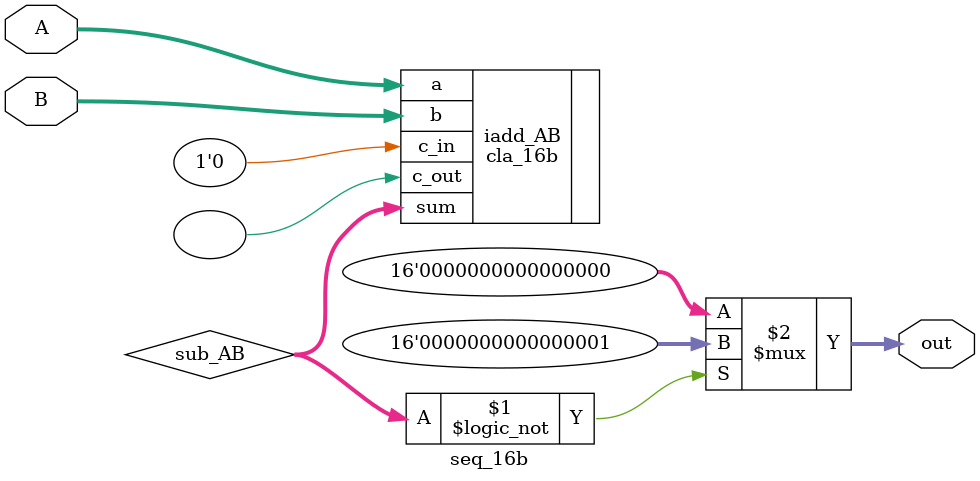
<source format=v>
module seq_16b(out, A, B);
input [15:0] A, B;
output [15:0] out;

wire [15:0] sub_AB;

cla_16b iadd_AB(.sum(sub_AB), .c_out(), .a(A), .b(B), .c_in(1'b0));

assign out = (sub_AB == 16'h0000) ? 16'h0001 : 16'h0000;

endmodule
</source>
